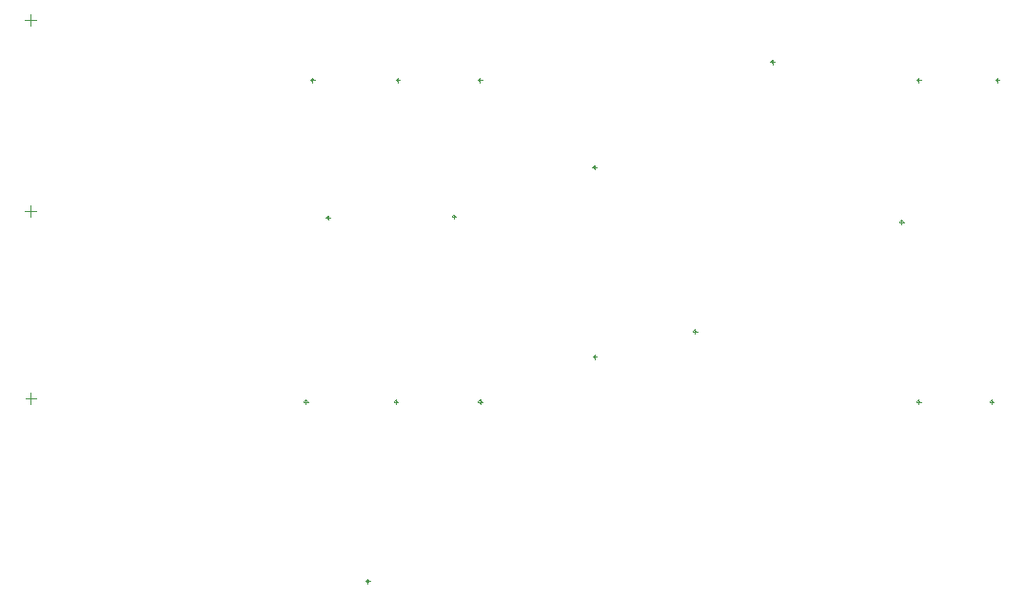
<source format=gbr>
G04*
G04 #@! TF.GenerationSoftware,Altium Limited,Altium Designer,24.1.2 (44)*
G04*
G04 Layer_Color=16777215*
%FSLAX44Y44*%
%MOMM*%
G71*
G04*
G04 #@! TF.SameCoordinates,B0756098-272B-4952-AD8A-B75AB5E4C8A6*
G04*
G04*
G04 #@! TF.FilePolarity,Positive*
G04*
G01*
G75*
%ADD14C,0.1000*%
%ADD68C,0.0254*%
D14*
X255250Y227750D02*
Y237750D01*
X250250Y232750D02*
X260250D01*
X250000Y570000D02*
X260000D01*
X255000Y565000D02*
Y575000D01*
X250000Y400000D02*
X260000D01*
X255000Y395000D02*
Y405000D01*
D68*
X521160Y393750D02*
G03*
X521160Y393750I-1410J0D01*
G01*
X758410Y270000D02*
G03*
X758410Y270000I-1410J0D01*
G01*
X556410Y70000D02*
G03*
X556410Y70000I-1410J0D01*
G01*
X1031410Y390000D02*
G03*
X1031410Y390000I-1410J0D01*
G01*
X656155Y516249D02*
G03*
X656155Y516249I-1410J0D01*
G01*
X583160Y516250D02*
G03*
X583160Y516250I-1410J0D01*
G01*
X507155Y516249D02*
G03*
X507155Y516249I-1410J0D01*
G01*
X656410Y230000D02*
G03*
X656410Y230000I-1410J0D01*
G01*
X581410D02*
G03*
X581410Y230000I-1410J0D01*
G01*
X501410D02*
G03*
X501410Y230000I-1410J0D01*
G01*
X1116410Y516250D02*
G03*
X1116410Y516250I-1410J0D01*
G01*
X1046410D02*
G03*
X1046410Y516250I-1410J0D01*
G01*
Y230000D02*
G03*
X1046410Y230000I-1410J0D01*
G01*
X1111410D02*
G03*
X1111410Y230000I-1410J0D01*
G01*
X633160Y394750D02*
G03*
X633160Y394750I-1410J0D01*
G01*
X758160Y438750D02*
G03*
X758160Y438750I-1410J0D01*
G01*
X916410Y532500D02*
G03*
X916410Y532500I-1410J0D01*
G01*
X847410Y292500D02*
G03*
X847410Y292500I-1410J0D01*
G01*
X519750Y391750D02*
Y395750D01*
X517750Y393750D02*
X521750D01*
X757000Y268000D02*
Y272000D01*
X755000Y270000D02*
X759000D01*
X755000D02*
X759000D01*
X757000Y268000D02*
Y272000D01*
X555000Y68000D02*
Y72000D01*
X553000Y70000D02*
X557000D01*
X553000D02*
X557000D01*
X555000Y68000D02*
Y72000D01*
X1028000Y390000D02*
X1032000D01*
X1030000Y388000D02*
Y392000D01*
X654745Y514249D02*
Y518249D01*
X652745Y516249D02*
X656745D01*
X652745D02*
X656745D01*
X654745Y514249D02*
Y518249D01*
X581750Y514250D02*
Y518250D01*
X579750Y516250D02*
X583750D01*
X579750D02*
X583750D01*
X581750Y514250D02*
Y518250D01*
X505745Y514249D02*
Y518249D01*
X503745Y516249D02*
X507745D01*
X503745D02*
X507745D01*
X505745Y514249D02*
Y518249D01*
X655000Y228000D02*
Y232000D01*
X653000Y230000D02*
X657000D01*
X653000D02*
X657000D01*
X655000Y228000D02*
Y232000D01*
X580000Y228000D02*
Y232000D01*
X578000Y230000D02*
X582000D01*
X578000D02*
X582000D01*
X580000Y228000D02*
Y232000D01*
X500000Y228000D02*
Y232000D01*
X498000Y230000D02*
X502000D01*
X498000D02*
X502000D01*
X500000Y228000D02*
Y232000D01*
X1115000Y514250D02*
Y518250D01*
X1113000Y516250D02*
X1117000D01*
X1113000D02*
X1117000D01*
X1115000Y514250D02*
Y518250D01*
X1045000Y514250D02*
Y518250D01*
X1043000Y516250D02*
X1047000D01*
X1043000D02*
X1047000D01*
X1045000Y514250D02*
Y518250D01*
Y228000D02*
Y232000D01*
X1043000Y230000D02*
X1047000D01*
X1043000D02*
X1047000D01*
X1045000Y228000D02*
Y232000D01*
X1108000Y230000D02*
X1112000D01*
X1110000Y228000D02*
Y232000D01*
Y228000D02*
Y232000D01*
X1108000Y230000D02*
X1112000D01*
X629750Y394750D02*
X633750D01*
X631750Y392750D02*
Y396750D01*
Y392750D02*
Y396750D01*
X629750Y394750D02*
X633750D01*
X756750Y436750D02*
Y440750D01*
X754750Y438750D02*
X758750D01*
X754750D02*
X758750D01*
X756750Y436750D02*
Y440750D01*
X913000Y532500D02*
X917000D01*
X915000Y530500D02*
Y534500D01*
Y530500D02*
Y534500D01*
X913000Y532500D02*
X917000D01*
X846000Y290500D02*
Y294500D01*
X844000Y292500D02*
X848000D01*
X844000D02*
X848000D01*
X846000Y290500D02*
Y294500D01*
M02*

</source>
